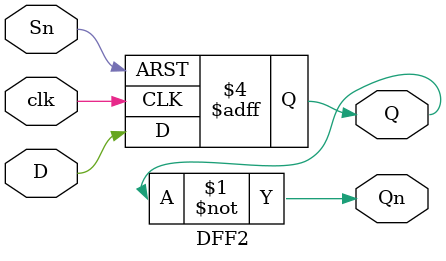
<source format=v>
`default_nettype none
`timescale 1 ns / 100 ps
	
// 	always @(posedge clk or negedge ps) 
// 	begin
// 	 if(!ps) //Preset signal active low
// 	  q  = #REGDLY 1'b1; 
// 	 else q = #REGDLY d; 
// 	end 
// endmodule

//probar con cambiar a asignacion sin bloqueo
module DFF2
( 
	input clk, D, Sn,
	output reg Q,
	output Qn
);
	parameter REGDLY = 1;
	
	assign Qn = ~Q;

	always @(posedge clk or negedge Sn) 
	begin
	 if(!Sn) //Preset signal active low
		Q <= #13 1'b1;  //74ALS74
	 else 
	 	Q <= #13 D;  //74ALS74
	end 
endmodule
</source>
